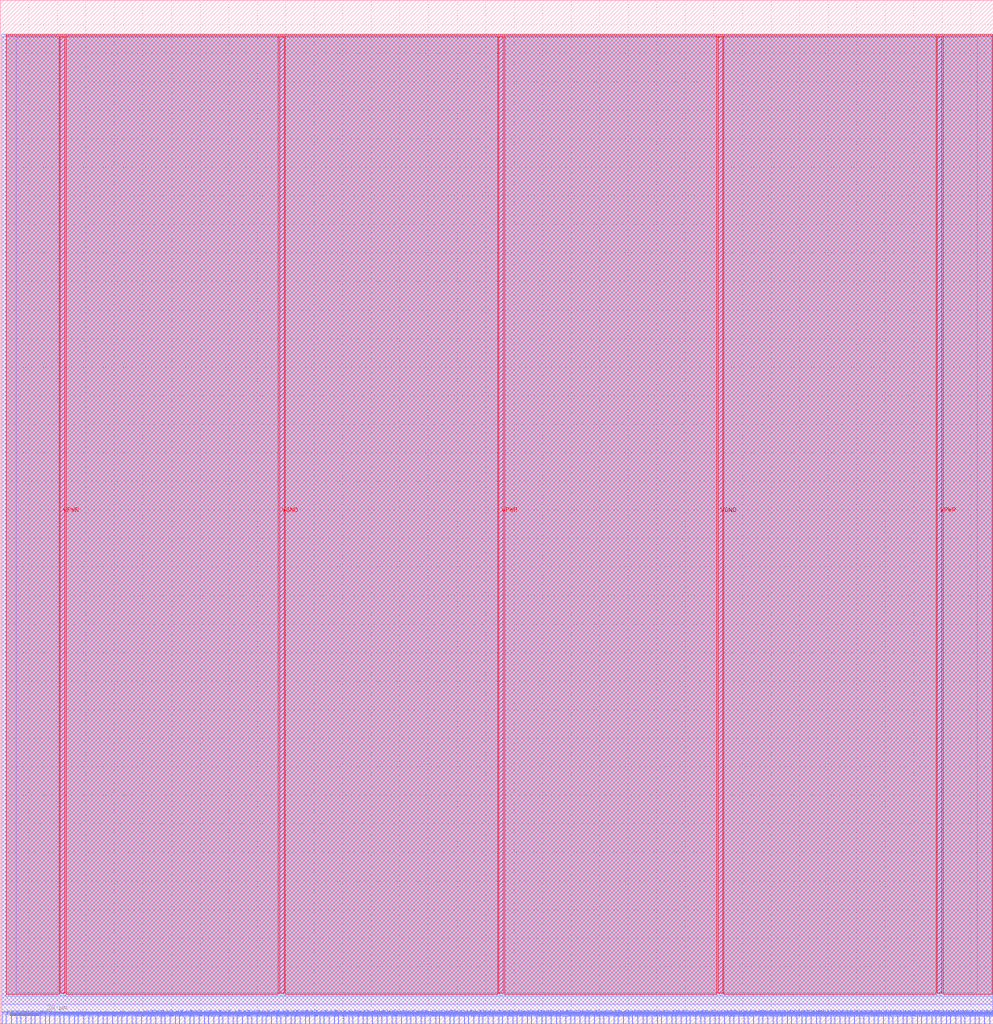
<source format=lef>
VERSION 5.7 ;
  NOWIREEXTENSIONATPIN ON ;
  DIVIDERCHAR "/" ;
  BUSBITCHARS "[]" ;
MACRO mkQF100Memory
  CLASS BLOCK ;
  FOREIGN mkQF100Memory ;
  ORIGIN 0.000 0.000 ;
  SIZE 347.815 BY 358.535 ;
  PIN CLK
    DIRECTION INPUT ;
    USE SIGNAL ;
    PORT
      LAYER met2 ;
        RECT 0.550 0.000 0.830 4.000 ;
    END
  END CLK
  PIN EN_memory_dmem_request_put
    DIRECTION INPUT ;
    USE SIGNAL ;
    PORT
      LAYER met2 ;
        RECT 3.770 0.000 4.050 4.000 ;
    END
  END EN_memory_dmem_request_put
  PIN EN_memory_dmem_response_get
    DIRECTION INPUT ;
    USE SIGNAL ;
    PORT
      LAYER met2 ;
        RECT 5.610 0.000 5.890 4.000 ;
    END
  END EN_memory_dmem_response_get
  PIN EN_memory_imem_request_put
    DIRECTION INPUT ;
    USE SIGNAL ;
    PORT
      LAYER met2 ;
        RECT 6.990 0.000 7.270 4.000 ;
    END
  END EN_memory_imem_request_put
  PIN EN_memory_imem_response_get
    DIRECTION INPUT ;
    USE SIGNAL ;
    PORT
      LAYER met2 ;
        RECT 8.830 0.000 9.110 4.000 ;
    END
  END EN_memory_imem_response_get
  PIN RDY_memory_dmem_request_put
    DIRECTION OUTPUT TRISTATE ;
    USE SIGNAL ;
    PORT
      LAYER met2 ;
        RECT 10.670 0.000 10.950 4.000 ;
    END
  END RDY_memory_dmem_request_put
  PIN RDY_memory_dmem_response_get
    DIRECTION OUTPUT TRISTATE ;
    USE SIGNAL ;
    PORT
      LAYER met2 ;
        RECT 12.050 0.000 12.330 4.000 ;
    END
  END RDY_memory_dmem_response_get
  PIN RDY_memory_imem_request_put
    DIRECTION OUTPUT TRISTATE ;
    USE SIGNAL ;
    PORT
      LAYER met2 ;
        RECT 13.890 0.000 14.170 4.000 ;
    END
  END RDY_memory_imem_request_put
  PIN RDY_memory_imem_response_get
    DIRECTION OUTPUT TRISTATE ;
    USE SIGNAL ;
    PORT
      LAYER met2 ;
        RECT 15.730 0.000 16.010 4.000 ;
    END
  END RDY_memory_imem_response_get
  PIN RST_N
    DIRECTION INPUT ;
    USE SIGNAL ;
    PORT
      LAYER met2 ;
        RECT 1.930 0.000 2.210 4.000 ;
    END
  END RST_N
  PIN VGND
    DIRECTION INPUT ;
    USE GROUND ;
    PORT
      LAYER met4 ;
        RECT 97.840 10.640 99.440 345.680 ;
    END
    PORT
      LAYER met4 ;
        RECT 251.440 10.640 253.040 345.680 ;
    END
  END VGND
  PIN VPWR
    DIRECTION INPUT ;
    USE POWER ;
    PORT
      LAYER met4 ;
        RECT 21.040 10.640 22.640 345.680 ;
    END
    PORT
      LAYER met4 ;
        RECT 174.640 10.640 176.240 345.680 ;
    END
    PORT
      LAYER met4 ;
        RECT 328.240 10.640 329.840 345.680 ;
    END
  END VPWR
  PIN memory_dmem_request_put[0]
    DIRECTION INPUT ;
    USE SIGNAL ;
    PORT
      LAYER met2 ;
        RECT 17.110 0.000 17.390 4.000 ;
    END
  END memory_dmem_request_put[0]
  PIN memory_dmem_request_put[10]
    DIRECTION INPUT ;
    USE SIGNAL ;
    PORT
      LAYER met2 ;
        RECT 84.730 0.000 85.010 4.000 ;
    END
  END memory_dmem_request_put[10]
  PIN memory_dmem_request_put[11]
    DIRECTION INPUT ;
    USE SIGNAL ;
    PORT
      LAYER met2 ;
        RECT 91.630 0.000 91.910 4.000 ;
    END
  END memory_dmem_request_put[11]
  PIN memory_dmem_request_put[12]
    DIRECTION INPUT ;
    USE SIGNAL ;
    PORT
      LAYER met2 ;
        RECT 98.070 0.000 98.350 4.000 ;
    END
  END memory_dmem_request_put[12]
  PIN memory_dmem_request_put[13]
    DIRECTION INPUT ;
    USE SIGNAL ;
    PORT
      LAYER met2 ;
        RECT 104.970 0.000 105.250 4.000 ;
    END
  END memory_dmem_request_put[13]
  PIN memory_dmem_request_put[14]
    DIRECTION INPUT ;
    USE SIGNAL ;
    PORT
      LAYER met2 ;
        RECT 111.870 0.000 112.150 4.000 ;
    END
  END memory_dmem_request_put[14]
  PIN memory_dmem_request_put[15]
    DIRECTION INPUT ;
    USE SIGNAL ;
    PORT
      LAYER met2 ;
        RECT 118.310 0.000 118.590 4.000 ;
    END
  END memory_dmem_request_put[15]
  PIN memory_dmem_request_put[16]
    DIRECTION INPUT ;
    USE SIGNAL ;
    PORT
      LAYER met2 ;
        RECT 125.210 0.000 125.490 4.000 ;
    END
  END memory_dmem_request_put[16]
  PIN memory_dmem_request_put[17]
    DIRECTION INPUT ;
    USE SIGNAL ;
    PORT
      LAYER met2 ;
        RECT 132.110 0.000 132.390 4.000 ;
    END
  END memory_dmem_request_put[17]
  PIN memory_dmem_request_put[18]
    DIRECTION INPUT ;
    USE SIGNAL ;
    PORT
      LAYER met2 ;
        RECT 138.550 0.000 138.830 4.000 ;
    END
  END memory_dmem_request_put[18]
  PIN memory_dmem_request_put[19]
    DIRECTION INPUT ;
    USE SIGNAL ;
    PORT
      LAYER met2 ;
        RECT 145.450 0.000 145.730 4.000 ;
    END
  END memory_dmem_request_put[19]
  PIN memory_dmem_request_put[1]
    DIRECTION INPUT ;
    USE SIGNAL ;
    PORT
      LAYER met2 ;
        RECT 24.010 0.000 24.290 4.000 ;
    END
  END memory_dmem_request_put[1]
  PIN memory_dmem_request_put[20]
    DIRECTION INPUT ;
    USE SIGNAL ;
    PORT
      LAYER met2 ;
        RECT 152.350 0.000 152.630 4.000 ;
    END
  END memory_dmem_request_put[20]
  PIN memory_dmem_request_put[21]
    DIRECTION INPUT ;
    USE SIGNAL ;
    PORT
      LAYER met2 ;
        RECT 158.790 0.000 159.070 4.000 ;
    END
  END memory_dmem_request_put[21]
  PIN memory_dmem_request_put[22]
    DIRECTION INPUT ;
    USE SIGNAL ;
    PORT
      LAYER met2 ;
        RECT 165.690 0.000 165.970 4.000 ;
    END
  END memory_dmem_request_put[22]
  PIN memory_dmem_request_put[23]
    DIRECTION INPUT ;
    USE SIGNAL ;
    PORT
      LAYER met2 ;
        RECT 172.590 0.000 172.870 4.000 ;
    END
  END memory_dmem_request_put[23]
  PIN memory_dmem_request_put[24]
    DIRECTION INPUT ;
    USE SIGNAL ;
    PORT
      LAYER met2 ;
        RECT 179.490 0.000 179.770 4.000 ;
    END
  END memory_dmem_request_put[24]
  PIN memory_dmem_request_put[25]
    DIRECTION INPUT ;
    USE SIGNAL ;
    PORT
      LAYER met2 ;
        RECT 185.930 0.000 186.210 4.000 ;
    END
  END memory_dmem_request_put[25]
  PIN memory_dmem_request_put[26]
    DIRECTION INPUT ;
    USE SIGNAL ;
    PORT
      LAYER met2 ;
        RECT 192.830 0.000 193.110 4.000 ;
    END
  END memory_dmem_request_put[26]
  PIN memory_dmem_request_put[27]
    DIRECTION INPUT ;
    USE SIGNAL ;
    PORT
      LAYER met2 ;
        RECT 199.730 0.000 200.010 4.000 ;
    END
  END memory_dmem_request_put[27]
  PIN memory_dmem_request_put[28]
    DIRECTION INPUT ;
    USE SIGNAL ;
    PORT
      LAYER met2 ;
        RECT 206.170 0.000 206.450 4.000 ;
    END
  END memory_dmem_request_put[28]
  PIN memory_dmem_request_put[29]
    DIRECTION INPUT ;
    USE SIGNAL ;
    PORT
      LAYER met2 ;
        RECT 213.070 0.000 213.350 4.000 ;
    END
  END memory_dmem_request_put[29]
  PIN memory_dmem_request_put[2]
    DIRECTION INPUT ;
    USE SIGNAL ;
    PORT
      LAYER met2 ;
        RECT 30.910 0.000 31.190 4.000 ;
    END
  END memory_dmem_request_put[2]
  PIN memory_dmem_request_put[30]
    DIRECTION INPUT ;
    USE SIGNAL ;
    PORT
      LAYER met2 ;
        RECT 219.970 0.000 220.250 4.000 ;
    END
  END memory_dmem_request_put[30]
  PIN memory_dmem_request_put[31]
    DIRECTION INPUT ;
    USE SIGNAL ;
    PORT
      LAYER met2 ;
        RECT 226.410 0.000 226.690 4.000 ;
    END
  END memory_dmem_request_put[31]
  PIN memory_dmem_request_put[32]
    DIRECTION INPUT ;
    USE SIGNAL ;
    PORT
      LAYER met2 ;
        RECT 233.310 0.000 233.590 4.000 ;
    END
  END memory_dmem_request_put[32]
  PIN memory_dmem_request_put[33]
    DIRECTION INPUT ;
    USE SIGNAL ;
    PORT
      LAYER met2 ;
        RECT 235.150 0.000 235.430 4.000 ;
    END
  END memory_dmem_request_put[33]
  PIN memory_dmem_request_put[34]
    DIRECTION INPUT ;
    USE SIGNAL ;
    PORT
      LAYER met2 ;
        RECT 236.530 0.000 236.810 4.000 ;
    END
  END memory_dmem_request_put[34]
  PIN memory_dmem_request_put[35]
    DIRECTION INPUT ;
    USE SIGNAL ;
    PORT
      LAYER met2 ;
        RECT 238.370 0.000 238.650 4.000 ;
    END
  END memory_dmem_request_put[35]
  PIN memory_dmem_request_put[36]
    DIRECTION INPUT ;
    USE SIGNAL ;
    PORT
      LAYER met2 ;
        RECT 240.210 0.000 240.490 4.000 ;
    END
  END memory_dmem_request_put[36]
  PIN memory_dmem_request_put[37]
    DIRECTION INPUT ;
    USE SIGNAL ;
    PORT
      LAYER met2 ;
        RECT 241.590 0.000 241.870 4.000 ;
    END
  END memory_dmem_request_put[37]
  PIN memory_dmem_request_put[38]
    DIRECTION INPUT ;
    USE SIGNAL ;
    PORT
      LAYER met2 ;
        RECT 243.430 0.000 243.710 4.000 ;
    END
  END memory_dmem_request_put[38]
  PIN memory_dmem_request_put[39]
    DIRECTION INPUT ;
    USE SIGNAL ;
    PORT
      LAYER met2 ;
        RECT 245.270 0.000 245.550 4.000 ;
    END
  END memory_dmem_request_put[39]
  PIN memory_dmem_request_put[3]
    DIRECTION INPUT ;
    USE SIGNAL ;
    PORT
      LAYER met2 ;
        RECT 37.350 0.000 37.630 4.000 ;
    END
  END memory_dmem_request_put[3]
  PIN memory_dmem_request_put[40]
    DIRECTION INPUT ;
    USE SIGNAL ;
    PORT
      LAYER met2 ;
        RECT 246.650 0.000 246.930 4.000 ;
    END
  END memory_dmem_request_put[40]
  PIN memory_dmem_request_put[41]
    DIRECTION INPUT ;
    USE SIGNAL ;
    PORT
      LAYER met2 ;
        RECT 248.490 0.000 248.770 4.000 ;
    END
  END memory_dmem_request_put[41]
  PIN memory_dmem_request_put[42]
    DIRECTION INPUT ;
    USE SIGNAL ;
    PORT
      LAYER met2 ;
        RECT 250.330 0.000 250.610 4.000 ;
    END
  END memory_dmem_request_put[42]
  PIN memory_dmem_request_put[43]
    DIRECTION INPUT ;
    USE SIGNAL ;
    PORT
      LAYER met2 ;
        RECT 251.710 0.000 251.990 4.000 ;
    END
  END memory_dmem_request_put[43]
  PIN memory_dmem_request_put[44]
    DIRECTION INPUT ;
    USE SIGNAL ;
    PORT
      LAYER met2 ;
        RECT 253.550 0.000 253.830 4.000 ;
    END
  END memory_dmem_request_put[44]
  PIN memory_dmem_request_put[45]
    DIRECTION INPUT ;
    USE SIGNAL ;
    PORT
      LAYER met2 ;
        RECT 255.390 0.000 255.670 4.000 ;
    END
  END memory_dmem_request_put[45]
  PIN memory_dmem_request_put[46]
    DIRECTION INPUT ;
    USE SIGNAL ;
    PORT
      LAYER met2 ;
        RECT 256.770 0.000 257.050 4.000 ;
    END
  END memory_dmem_request_put[46]
  PIN memory_dmem_request_put[47]
    DIRECTION INPUT ;
    USE SIGNAL ;
    PORT
      LAYER met2 ;
        RECT 258.610 0.000 258.890 4.000 ;
    END
  END memory_dmem_request_put[47]
  PIN memory_dmem_request_put[48]
    DIRECTION INPUT ;
    USE SIGNAL ;
    PORT
      LAYER met2 ;
        RECT 260.450 0.000 260.730 4.000 ;
    END
  END memory_dmem_request_put[48]
  PIN memory_dmem_request_put[49]
    DIRECTION INPUT ;
    USE SIGNAL ;
    PORT
      LAYER met2 ;
        RECT 261.830 0.000 262.110 4.000 ;
    END
  END memory_dmem_request_put[49]
  PIN memory_dmem_request_put[4]
    DIRECTION INPUT ;
    USE SIGNAL ;
    PORT
      LAYER met2 ;
        RECT 44.250 0.000 44.530 4.000 ;
    END
  END memory_dmem_request_put[4]
  PIN memory_dmem_request_put[50]
    DIRECTION INPUT ;
    USE SIGNAL ;
    PORT
      LAYER met2 ;
        RECT 263.670 0.000 263.950 4.000 ;
    END
  END memory_dmem_request_put[50]
  PIN memory_dmem_request_put[51]
    DIRECTION INPUT ;
    USE SIGNAL ;
    PORT
      LAYER met2 ;
        RECT 265.510 0.000 265.790 4.000 ;
    END
  END memory_dmem_request_put[51]
  PIN memory_dmem_request_put[52]
    DIRECTION INPUT ;
    USE SIGNAL ;
    PORT
      LAYER met2 ;
        RECT 266.890 0.000 267.170 4.000 ;
    END
  END memory_dmem_request_put[52]
  PIN memory_dmem_request_put[53]
    DIRECTION INPUT ;
    USE SIGNAL ;
    PORT
      LAYER met2 ;
        RECT 268.730 0.000 269.010 4.000 ;
    END
  END memory_dmem_request_put[53]
  PIN memory_dmem_request_put[54]
    DIRECTION INPUT ;
    USE SIGNAL ;
    PORT
      LAYER met2 ;
        RECT 270.570 0.000 270.850 4.000 ;
    END
  END memory_dmem_request_put[54]
  PIN memory_dmem_request_put[55]
    DIRECTION INPUT ;
    USE SIGNAL ;
    PORT
      LAYER met2 ;
        RECT 271.950 0.000 272.230 4.000 ;
    END
  END memory_dmem_request_put[55]
  PIN memory_dmem_request_put[56]
    DIRECTION INPUT ;
    USE SIGNAL ;
    PORT
      LAYER met2 ;
        RECT 273.790 0.000 274.070 4.000 ;
    END
  END memory_dmem_request_put[56]
  PIN memory_dmem_request_put[57]
    DIRECTION INPUT ;
    USE SIGNAL ;
    PORT
      LAYER met2 ;
        RECT 275.630 0.000 275.910 4.000 ;
    END
  END memory_dmem_request_put[57]
  PIN memory_dmem_request_put[58]
    DIRECTION INPUT ;
    USE SIGNAL ;
    PORT
      LAYER met2 ;
        RECT 277.010 0.000 277.290 4.000 ;
    END
  END memory_dmem_request_put[58]
  PIN memory_dmem_request_put[59]
    DIRECTION INPUT ;
    USE SIGNAL ;
    PORT
      LAYER met2 ;
        RECT 278.850 0.000 279.130 4.000 ;
    END
  END memory_dmem_request_put[59]
  PIN memory_dmem_request_put[5]
    DIRECTION INPUT ;
    USE SIGNAL ;
    PORT
      LAYER met2 ;
        RECT 51.150 0.000 51.430 4.000 ;
    END
  END memory_dmem_request_put[5]
  PIN memory_dmem_request_put[60]
    DIRECTION INPUT ;
    USE SIGNAL ;
    PORT
      LAYER met2 ;
        RECT 280.690 0.000 280.970 4.000 ;
    END
  END memory_dmem_request_put[60]
  PIN memory_dmem_request_put[61]
    DIRECTION INPUT ;
    USE SIGNAL ;
    PORT
      LAYER met2 ;
        RECT 282.070 0.000 282.350 4.000 ;
    END
  END memory_dmem_request_put[61]
  PIN memory_dmem_request_put[62]
    DIRECTION INPUT ;
    USE SIGNAL ;
    PORT
      LAYER met2 ;
        RECT 283.910 0.000 284.190 4.000 ;
    END
  END memory_dmem_request_put[62]
  PIN memory_dmem_request_put[63]
    DIRECTION INPUT ;
    USE SIGNAL ;
    PORT
      LAYER met2 ;
        RECT 285.750 0.000 286.030 4.000 ;
    END
  END memory_dmem_request_put[63]
  PIN memory_dmem_request_put[64]
    DIRECTION INPUT ;
    USE SIGNAL ;
    PORT
      LAYER met2 ;
        RECT 287.130 0.000 287.410 4.000 ;
    END
  END memory_dmem_request_put[64]
  PIN memory_dmem_request_put[65]
    DIRECTION INPUT ;
    USE SIGNAL ;
    PORT
      LAYER met2 ;
        RECT 288.970 0.000 289.250 4.000 ;
    END
  END memory_dmem_request_put[65]
  PIN memory_dmem_request_put[66]
    DIRECTION INPUT ;
    USE SIGNAL ;
    PORT
      LAYER met2 ;
        RECT 290.810 0.000 291.090 4.000 ;
    END
  END memory_dmem_request_put[66]
  PIN memory_dmem_request_put[67]
    DIRECTION INPUT ;
    USE SIGNAL ;
    PORT
      LAYER met2 ;
        RECT 292.190 0.000 292.470 4.000 ;
    END
  END memory_dmem_request_put[67]
  PIN memory_dmem_request_put[68]
    DIRECTION INPUT ;
    USE SIGNAL ;
    PORT
      LAYER met2 ;
        RECT 294.030 0.000 294.310 4.000 ;
    END
  END memory_dmem_request_put[68]
  PIN memory_dmem_request_put[69]
    DIRECTION INPUT ;
    USE SIGNAL ;
    PORT
      LAYER met2 ;
        RECT 295.870 0.000 296.150 4.000 ;
    END
  END memory_dmem_request_put[69]
  PIN memory_dmem_request_put[6]
    DIRECTION INPUT ;
    USE SIGNAL ;
    PORT
      LAYER met2 ;
        RECT 57.590 0.000 57.870 4.000 ;
    END
  END memory_dmem_request_put[6]
  PIN memory_dmem_request_put[70]
    DIRECTION INPUT ;
    USE SIGNAL ;
    PORT
      LAYER met2 ;
        RECT 297.250 0.000 297.530 4.000 ;
    END
  END memory_dmem_request_put[70]
  PIN memory_dmem_request_put[71]
    DIRECTION INPUT ;
    USE SIGNAL ;
    PORT
      LAYER met2 ;
        RECT 299.090 0.000 299.370 4.000 ;
    END
  END memory_dmem_request_put[71]
  PIN memory_dmem_request_put[72]
    DIRECTION INPUT ;
    USE SIGNAL ;
    PORT
      LAYER met2 ;
        RECT 300.930 0.000 301.210 4.000 ;
    END
  END memory_dmem_request_put[72]
  PIN memory_dmem_request_put[73]
    DIRECTION INPUT ;
    USE SIGNAL ;
    PORT
      LAYER met2 ;
        RECT 302.310 0.000 302.590 4.000 ;
    END
  END memory_dmem_request_put[73]
  PIN memory_dmem_request_put[74]
    DIRECTION INPUT ;
    USE SIGNAL ;
    PORT
      LAYER met2 ;
        RECT 304.150 0.000 304.430 4.000 ;
    END
  END memory_dmem_request_put[74]
  PIN memory_dmem_request_put[75]
    DIRECTION INPUT ;
    USE SIGNAL ;
    PORT
      LAYER met2 ;
        RECT 305.990 0.000 306.270 4.000 ;
    END
  END memory_dmem_request_put[75]
  PIN memory_dmem_request_put[76]
    DIRECTION INPUT ;
    USE SIGNAL ;
    PORT
      LAYER met2 ;
        RECT 307.370 0.000 307.650 4.000 ;
    END
  END memory_dmem_request_put[76]
  PIN memory_dmem_request_put[77]
    DIRECTION INPUT ;
    USE SIGNAL ;
    PORT
      LAYER met2 ;
        RECT 309.210 0.000 309.490 4.000 ;
    END
  END memory_dmem_request_put[77]
  PIN memory_dmem_request_put[78]
    DIRECTION INPUT ;
    USE SIGNAL ;
    PORT
      LAYER met2 ;
        RECT 311.050 0.000 311.330 4.000 ;
    END
  END memory_dmem_request_put[78]
  PIN memory_dmem_request_put[79]
    DIRECTION INPUT ;
    USE SIGNAL ;
    PORT
      LAYER met2 ;
        RECT 312.430 0.000 312.710 4.000 ;
    END
  END memory_dmem_request_put[79]
  PIN memory_dmem_request_put[7]
    DIRECTION INPUT ;
    USE SIGNAL ;
    PORT
      LAYER met2 ;
        RECT 64.490 0.000 64.770 4.000 ;
    END
  END memory_dmem_request_put[7]
  PIN memory_dmem_request_put[80]
    DIRECTION INPUT ;
    USE SIGNAL ;
    PORT
      LAYER met2 ;
        RECT 314.270 0.000 314.550 4.000 ;
    END
  END memory_dmem_request_put[80]
  PIN memory_dmem_request_put[81]
    DIRECTION INPUT ;
    USE SIGNAL ;
    PORT
      LAYER met2 ;
        RECT 316.110 0.000 316.390 4.000 ;
    END
  END memory_dmem_request_put[81]
  PIN memory_dmem_request_put[82]
    DIRECTION INPUT ;
    USE SIGNAL ;
    PORT
      LAYER met2 ;
        RECT 317.490 0.000 317.770 4.000 ;
    END
  END memory_dmem_request_put[82]
  PIN memory_dmem_request_put[83]
    DIRECTION INPUT ;
    USE SIGNAL ;
    PORT
      LAYER met2 ;
        RECT 319.330 0.000 319.610 4.000 ;
    END
  END memory_dmem_request_put[83]
  PIN memory_dmem_request_put[84]
    DIRECTION INPUT ;
    USE SIGNAL ;
    PORT
      LAYER met2 ;
        RECT 321.170 0.000 321.450 4.000 ;
    END
  END memory_dmem_request_put[84]
  PIN memory_dmem_request_put[85]
    DIRECTION INPUT ;
    USE SIGNAL ;
    PORT
      LAYER met2 ;
        RECT 322.550 0.000 322.830 4.000 ;
    END
  END memory_dmem_request_put[85]
  PIN memory_dmem_request_put[86]
    DIRECTION INPUT ;
    USE SIGNAL ;
    PORT
      LAYER met2 ;
        RECT 324.390 0.000 324.670 4.000 ;
    END
  END memory_dmem_request_put[86]
  PIN memory_dmem_request_put[87]
    DIRECTION INPUT ;
    USE SIGNAL ;
    PORT
      LAYER met2 ;
        RECT 326.230 0.000 326.510 4.000 ;
    END
  END memory_dmem_request_put[87]
  PIN memory_dmem_request_put[88]
    DIRECTION INPUT ;
    USE SIGNAL ;
    PORT
      LAYER met2 ;
        RECT 327.610 0.000 327.890 4.000 ;
    END
  END memory_dmem_request_put[88]
  PIN memory_dmem_request_put[89]
    DIRECTION INPUT ;
    USE SIGNAL ;
    PORT
      LAYER met2 ;
        RECT 329.450 0.000 329.730 4.000 ;
    END
  END memory_dmem_request_put[89]
  PIN memory_dmem_request_put[8]
    DIRECTION INPUT ;
    USE SIGNAL ;
    PORT
      LAYER met2 ;
        RECT 71.390 0.000 71.670 4.000 ;
    END
  END memory_dmem_request_put[8]
  PIN memory_dmem_request_put[90]
    DIRECTION INPUT ;
    USE SIGNAL ;
    PORT
      LAYER met2 ;
        RECT 331.290 0.000 331.570 4.000 ;
    END
  END memory_dmem_request_put[90]
  PIN memory_dmem_request_put[91]
    DIRECTION INPUT ;
    USE SIGNAL ;
    PORT
      LAYER met2 ;
        RECT 332.670 0.000 332.950 4.000 ;
    END
  END memory_dmem_request_put[91]
  PIN memory_dmem_request_put[92]
    DIRECTION INPUT ;
    USE SIGNAL ;
    PORT
      LAYER met2 ;
        RECT 334.510 0.000 334.790 4.000 ;
    END
  END memory_dmem_request_put[92]
  PIN memory_dmem_request_put[93]
    DIRECTION INPUT ;
    USE SIGNAL ;
    PORT
      LAYER met2 ;
        RECT 336.350 0.000 336.630 4.000 ;
    END
  END memory_dmem_request_put[93]
  PIN memory_dmem_request_put[94]
    DIRECTION INPUT ;
    USE SIGNAL ;
    PORT
      LAYER met2 ;
        RECT 337.730 0.000 338.010 4.000 ;
    END
  END memory_dmem_request_put[94]
  PIN memory_dmem_request_put[95]
    DIRECTION INPUT ;
    USE SIGNAL ;
    PORT
      LAYER met2 ;
        RECT 339.570 0.000 339.850 4.000 ;
    END
  END memory_dmem_request_put[95]
  PIN memory_dmem_request_put[96]
    DIRECTION INPUT ;
    USE SIGNAL ;
    PORT
      LAYER met2 ;
        RECT 341.410 0.000 341.690 4.000 ;
    END
  END memory_dmem_request_put[96]
  PIN memory_dmem_request_put[97]
    DIRECTION INPUT ;
    USE SIGNAL ;
    PORT
      LAYER met2 ;
        RECT 342.790 0.000 343.070 4.000 ;
    END
  END memory_dmem_request_put[97]
  PIN memory_dmem_request_put[98]
    DIRECTION INPUT ;
    USE SIGNAL ;
    PORT
      LAYER met2 ;
        RECT 344.630 0.000 344.910 4.000 ;
    END
  END memory_dmem_request_put[98]
  PIN memory_dmem_request_put[99]
    DIRECTION INPUT ;
    USE SIGNAL ;
    PORT
      LAYER met2 ;
        RECT 346.470 0.000 346.750 4.000 ;
    END
  END memory_dmem_request_put[99]
  PIN memory_dmem_request_put[9]
    DIRECTION INPUT ;
    USE SIGNAL ;
    PORT
      LAYER met2 ;
        RECT 77.830 0.000 78.110 4.000 ;
    END
  END memory_dmem_request_put[9]
  PIN memory_dmem_response_get[0]
    DIRECTION OUTPUT TRISTATE ;
    USE SIGNAL ;
    PORT
      LAYER met2 ;
        RECT 18.950 0.000 19.230 4.000 ;
    END
  END memory_dmem_response_get[0]
  PIN memory_dmem_response_get[10]
    DIRECTION OUTPUT TRISTATE ;
    USE SIGNAL ;
    PORT
      LAYER met2 ;
        RECT 86.570 0.000 86.850 4.000 ;
    END
  END memory_dmem_response_get[10]
  PIN memory_dmem_response_get[11]
    DIRECTION OUTPUT TRISTATE ;
    USE SIGNAL ;
    PORT
      LAYER met2 ;
        RECT 93.010 0.000 93.290 4.000 ;
    END
  END memory_dmem_response_get[11]
  PIN memory_dmem_response_get[12]
    DIRECTION OUTPUT TRISTATE ;
    USE SIGNAL ;
    PORT
      LAYER met2 ;
        RECT 99.910 0.000 100.190 4.000 ;
    END
  END memory_dmem_response_get[12]
  PIN memory_dmem_response_get[13]
    DIRECTION OUTPUT TRISTATE ;
    USE SIGNAL ;
    PORT
      LAYER met2 ;
        RECT 106.810 0.000 107.090 4.000 ;
    END
  END memory_dmem_response_get[13]
  PIN memory_dmem_response_get[14]
    DIRECTION OUTPUT TRISTATE ;
    USE SIGNAL ;
    PORT
      LAYER met2 ;
        RECT 113.250 0.000 113.530 4.000 ;
    END
  END memory_dmem_response_get[14]
  PIN memory_dmem_response_get[15]
    DIRECTION OUTPUT TRISTATE ;
    USE SIGNAL ;
    PORT
      LAYER met2 ;
        RECT 120.150 0.000 120.430 4.000 ;
    END
  END memory_dmem_response_get[15]
  PIN memory_dmem_response_get[16]
    DIRECTION OUTPUT TRISTATE ;
    USE SIGNAL ;
    PORT
      LAYER met2 ;
        RECT 127.050 0.000 127.330 4.000 ;
    END
  END memory_dmem_response_get[16]
  PIN memory_dmem_response_get[17]
    DIRECTION OUTPUT TRISTATE ;
    USE SIGNAL ;
    PORT
      LAYER met2 ;
        RECT 133.490 0.000 133.770 4.000 ;
    END
  END memory_dmem_response_get[17]
  PIN memory_dmem_response_get[18]
    DIRECTION OUTPUT TRISTATE ;
    USE SIGNAL ;
    PORT
      LAYER met2 ;
        RECT 140.390 0.000 140.670 4.000 ;
    END
  END memory_dmem_response_get[18]
  PIN memory_dmem_response_get[19]
    DIRECTION OUTPUT TRISTATE ;
    USE SIGNAL ;
    PORT
      LAYER met2 ;
        RECT 147.290 0.000 147.570 4.000 ;
    END
  END memory_dmem_response_get[19]
  PIN memory_dmem_response_get[1]
    DIRECTION OUTPUT TRISTATE ;
    USE SIGNAL ;
    PORT
      LAYER met2 ;
        RECT 25.850 0.000 26.130 4.000 ;
    END
  END memory_dmem_response_get[1]
  PIN memory_dmem_response_get[20]
    DIRECTION OUTPUT TRISTATE ;
    USE SIGNAL ;
    PORT
      LAYER met2 ;
        RECT 153.730 0.000 154.010 4.000 ;
    END
  END memory_dmem_response_get[20]
  PIN memory_dmem_response_get[21]
    DIRECTION OUTPUT TRISTATE ;
    USE SIGNAL ;
    PORT
      LAYER met2 ;
        RECT 160.630 0.000 160.910 4.000 ;
    END
  END memory_dmem_response_get[21]
  PIN memory_dmem_response_get[22]
    DIRECTION OUTPUT TRISTATE ;
    USE SIGNAL ;
    PORT
      LAYER met2 ;
        RECT 167.530 0.000 167.810 4.000 ;
    END
  END memory_dmem_response_get[22]
  PIN memory_dmem_response_get[23]
    DIRECTION OUTPUT TRISTATE ;
    USE SIGNAL ;
    PORT
      LAYER met2 ;
        RECT 174.430 0.000 174.710 4.000 ;
    END
  END memory_dmem_response_get[23]
  PIN memory_dmem_response_get[24]
    DIRECTION OUTPUT TRISTATE ;
    USE SIGNAL ;
    PORT
      LAYER met2 ;
        RECT 180.870 0.000 181.150 4.000 ;
    END
  END memory_dmem_response_get[24]
  PIN memory_dmem_response_get[25]
    DIRECTION OUTPUT TRISTATE ;
    USE SIGNAL ;
    PORT
      LAYER met2 ;
        RECT 187.770 0.000 188.050 4.000 ;
    END
  END memory_dmem_response_get[25]
  PIN memory_dmem_response_get[26]
    DIRECTION OUTPUT TRISTATE ;
    USE SIGNAL ;
    PORT
      LAYER met2 ;
        RECT 194.670 0.000 194.950 4.000 ;
    END
  END memory_dmem_response_get[26]
  PIN memory_dmem_response_get[27]
    DIRECTION OUTPUT TRISTATE ;
    USE SIGNAL ;
    PORT
      LAYER met2 ;
        RECT 201.110 0.000 201.390 4.000 ;
    END
  END memory_dmem_response_get[27]
  PIN memory_dmem_response_get[28]
    DIRECTION OUTPUT TRISTATE ;
    USE SIGNAL ;
    PORT
      LAYER met2 ;
        RECT 208.010 0.000 208.290 4.000 ;
    END
  END memory_dmem_response_get[28]
  PIN memory_dmem_response_get[29]
    DIRECTION OUTPUT TRISTATE ;
    USE SIGNAL ;
    PORT
      LAYER met2 ;
        RECT 214.910 0.000 215.190 4.000 ;
    END
  END memory_dmem_response_get[29]
  PIN memory_dmem_response_get[2]
    DIRECTION OUTPUT TRISTATE ;
    USE SIGNAL ;
    PORT
      LAYER met2 ;
        RECT 32.290 0.000 32.570 4.000 ;
    END
  END memory_dmem_response_get[2]
  PIN memory_dmem_response_get[30]
    DIRECTION OUTPUT TRISTATE ;
    USE SIGNAL ;
    PORT
      LAYER met2 ;
        RECT 221.350 0.000 221.630 4.000 ;
    END
  END memory_dmem_response_get[30]
  PIN memory_dmem_response_get[31]
    DIRECTION OUTPUT TRISTATE ;
    USE SIGNAL ;
    PORT
      LAYER met2 ;
        RECT 228.250 0.000 228.530 4.000 ;
    END
  END memory_dmem_response_get[31]
  PIN memory_dmem_response_get[3]
    DIRECTION OUTPUT TRISTATE ;
    USE SIGNAL ;
    PORT
      LAYER met2 ;
        RECT 39.190 0.000 39.470 4.000 ;
    END
  END memory_dmem_response_get[3]
  PIN memory_dmem_response_get[4]
    DIRECTION OUTPUT TRISTATE ;
    USE SIGNAL ;
    PORT
      LAYER met2 ;
        RECT 46.090 0.000 46.370 4.000 ;
    END
  END memory_dmem_response_get[4]
  PIN memory_dmem_response_get[5]
    DIRECTION OUTPUT TRISTATE ;
    USE SIGNAL ;
    PORT
      LAYER met2 ;
        RECT 52.530 0.000 52.810 4.000 ;
    END
  END memory_dmem_response_get[5]
  PIN memory_dmem_response_get[6]
    DIRECTION OUTPUT TRISTATE ;
    USE SIGNAL ;
    PORT
      LAYER met2 ;
        RECT 59.430 0.000 59.710 4.000 ;
    END
  END memory_dmem_response_get[6]
  PIN memory_dmem_response_get[7]
    DIRECTION OUTPUT TRISTATE ;
    USE SIGNAL ;
    PORT
      LAYER met2 ;
        RECT 66.330 0.000 66.610 4.000 ;
    END
  END memory_dmem_response_get[7]
  PIN memory_dmem_response_get[8]
    DIRECTION OUTPUT TRISTATE ;
    USE SIGNAL ;
    PORT
      LAYER met2 ;
        RECT 72.770 0.000 73.050 4.000 ;
    END
  END memory_dmem_response_get[8]
  PIN memory_dmem_response_get[9]
    DIRECTION OUTPUT TRISTATE ;
    USE SIGNAL ;
    PORT
      LAYER met2 ;
        RECT 79.670 0.000 79.950 4.000 ;
    END
  END memory_dmem_response_get[9]
  PIN memory_imem_request_put[0]
    DIRECTION INPUT ;
    USE SIGNAL ;
    PORT
      LAYER met2 ;
        RECT 20.790 0.000 21.070 4.000 ;
    END
  END memory_imem_request_put[0]
  PIN memory_imem_request_put[10]
    DIRECTION INPUT ;
    USE SIGNAL ;
    PORT
      LAYER met2 ;
        RECT 87.950 0.000 88.230 4.000 ;
    END
  END memory_imem_request_put[10]
  PIN memory_imem_request_put[11]
    DIRECTION INPUT ;
    USE SIGNAL ;
    PORT
      LAYER met2 ;
        RECT 94.850 0.000 95.130 4.000 ;
    END
  END memory_imem_request_put[11]
  PIN memory_imem_request_put[12]
    DIRECTION INPUT ;
    USE SIGNAL ;
    PORT
      LAYER met2 ;
        RECT 101.750 0.000 102.030 4.000 ;
    END
  END memory_imem_request_put[12]
  PIN memory_imem_request_put[13]
    DIRECTION INPUT ;
    USE SIGNAL ;
    PORT
      LAYER met2 ;
        RECT 108.190 0.000 108.470 4.000 ;
    END
  END memory_imem_request_put[13]
  PIN memory_imem_request_put[14]
    DIRECTION INPUT ;
    USE SIGNAL ;
    PORT
      LAYER met2 ;
        RECT 115.090 0.000 115.370 4.000 ;
    END
  END memory_imem_request_put[14]
  PIN memory_imem_request_put[15]
    DIRECTION INPUT ;
    USE SIGNAL ;
    PORT
      LAYER met2 ;
        RECT 121.990 0.000 122.270 4.000 ;
    END
  END memory_imem_request_put[15]
  PIN memory_imem_request_put[16]
    DIRECTION INPUT ;
    USE SIGNAL ;
    PORT
      LAYER met2 ;
        RECT 128.430 0.000 128.710 4.000 ;
    END
  END memory_imem_request_put[16]
  PIN memory_imem_request_put[17]
    DIRECTION INPUT ;
    USE SIGNAL ;
    PORT
      LAYER met2 ;
        RECT 135.330 0.000 135.610 4.000 ;
    END
  END memory_imem_request_put[17]
  PIN memory_imem_request_put[18]
    DIRECTION INPUT ;
    USE SIGNAL ;
    PORT
      LAYER met2 ;
        RECT 142.230 0.000 142.510 4.000 ;
    END
  END memory_imem_request_put[18]
  PIN memory_imem_request_put[19]
    DIRECTION INPUT ;
    USE SIGNAL ;
    PORT
      LAYER met2 ;
        RECT 148.670 0.000 148.950 4.000 ;
    END
  END memory_imem_request_put[19]
  PIN memory_imem_request_put[1]
    DIRECTION INPUT ;
    USE SIGNAL ;
    PORT
      LAYER met2 ;
        RECT 27.230 0.000 27.510 4.000 ;
    END
  END memory_imem_request_put[1]
  PIN memory_imem_request_put[20]
    DIRECTION INPUT ;
    USE SIGNAL ;
    PORT
      LAYER met2 ;
        RECT 155.570 0.000 155.850 4.000 ;
    END
  END memory_imem_request_put[20]
  PIN memory_imem_request_put[21]
    DIRECTION INPUT ;
    USE SIGNAL ;
    PORT
      LAYER met2 ;
        RECT 162.470 0.000 162.750 4.000 ;
    END
  END memory_imem_request_put[21]
  PIN memory_imem_request_put[22]
    DIRECTION INPUT ;
    USE SIGNAL ;
    PORT
      LAYER met2 ;
        RECT 168.910 0.000 169.190 4.000 ;
    END
  END memory_imem_request_put[22]
  PIN memory_imem_request_put[23]
    DIRECTION INPUT ;
    USE SIGNAL ;
    PORT
      LAYER met2 ;
        RECT 175.810 0.000 176.090 4.000 ;
    END
  END memory_imem_request_put[23]
  PIN memory_imem_request_put[24]
    DIRECTION INPUT ;
    USE SIGNAL ;
    PORT
      LAYER met2 ;
        RECT 182.710 0.000 182.990 4.000 ;
    END
  END memory_imem_request_put[24]
  PIN memory_imem_request_put[25]
    DIRECTION INPUT ;
    USE SIGNAL ;
    PORT
      LAYER met2 ;
        RECT 189.610 0.000 189.890 4.000 ;
    END
  END memory_imem_request_put[25]
  PIN memory_imem_request_put[26]
    DIRECTION INPUT ;
    USE SIGNAL ;
    PORT
      LAYER met2 ;
        RECT 196.050 0.000 196.330 4.000 ;
    END
  END memory_imem_request_put[26]
  PIN memory_imem_request_put[27]
    DIRECTION INPUT ;
    USE SIGNAL ;
    PORT
      LAYER met2 ;
        RECT 202.950 0.000 203.230 4.000 ;
    END
  END memory_imem_request_put[27]
  PIN memory_imem_request_put[28]
    DIRECTION INPUT ;
    USE SIGNAL ;
    PORT
      LAYER met2 ;
        RECT 209.850 0.000 210.130 4.000 ;
    END
  END memory_imem_request_put[28]
  PIN memory_imem_request_put[29]
    DIRECTION INPUT ;
    USE SIGNAL ;
    PORT
      LAYER met2 ;
        RECT 216.290 0.000 216.570 4.000 ;
    END
  END memory_imem_request_put[29]
  PIN memory_imem_request_put[2]
    DIRECTION INPUT ;
    USE SIGNAL ;
    PORT
      LAYER met2 ;
        RECT 34.130 0.000 34.410 4.000 ;
    END
  END memory_imem_request_put[2]
  PIN memory_imem_request_put[30]
    DIRECTION INPUT ;
    USE SIGNAL ;
    PORT
      LAYER met2 ;
        RECT 223.190 0.000 223.470 4.000 ;
    END
  END memory_imem_request_put[30]
  PIN memory_imem_request_put[31]
    DIRECTION INPUT ;
    USE SIGNAL ;
    PORT
      LAYER met2 ;
        RECT 230.090 0.000 230.370 4.000 ;
    END
  END memory_imem_request_put[31]
  PIN memory_imem_request_put[3]
    DIRECTION INPUT ;
    USE SIGNAL ;
    PORT
      LAYER met2 ;
        RECT 41.030 0.000 41.310 4.000 ;
    END
  END memory_imem_request_put[3]
  PIN memory_imem_request_put[4]
    DIRECTION INPUT ;
    USE SIGNAL ;
    PORT
      LAYER met2 ;
        RECT 47.470 0.000 47.750 4.000 ;
    END
  END memory_imem_request_put[4]
  PIN memory_imem_request_put[5]
    DIRECTION INPUT ;
    USE SIGNAL ;
    PORT
      LAYER met2 ;
        RECT 54.370 0.000 54.650 4.000 ;
    END
  END memory_imem_request_put[5]
  PIN memory_imem_request_put[6]
    DIRECTION INPUT ;
    USE SIGNAL ;
    PORT
      LAYER met2 ;
        RECT 61.270 0.000 61.550 4.000 ;
    END
  END memory_imem_request_put[6]
  PIN memory_imem_request_put[7]
    DIRECTION INPUT ;
    USE SIGNAL ;
    PORT
      LAYER met2 ;
        RECT 67.710 0.000 67.990 4.000 ;
    END
  END memory_imem_request_put[7]
  PIN memory_imem_request_put[8]
    DIRECTION INPUT ;
    USE SIGNAL ;
    PORT
      LAYER met2 ;
        RECT 74.610 0.000 74.890 4.000 ;
    END
  END memory_imem_request_put[8]
  PIN memory_imem_request_put[9]
    DIRECTION INPUT ;
    USE SIGNAL ;
    PORT
      LAYER met2 ;
        RECT 81.510 0.000 81.790 4.000 ;
    END
  END memory_imem_request_put[9]
  PIN memory_imem_response_get[0]
    DIRECTION OUTPUT TRISTATE ;
    USE SIGNAL ;
    PORT
      LAYER met2 ;
        RECT 22.170 0.000 22.450 4.000 ;
    END
  END memory_imem_response_get[0]
  PIN memory_imem_response_get[10]
    DIRECTION OUTPUT TRISTATE ;
    USE SIGNAL ;
    PORT
      LAYER met2 ;
        RECT 89.790 0.000 90.070 4.000 ;
    END
  END memory_imem_response_get[10]
  PIN memory_imem_response_get[11]
    DIRECTION OUTPUT TRISTATE ;
    USE SIGNAL ;
    PORT
      LAYER met2 ;
        RECT 96.690 0.000 96.970 4.000 ;
    END
  END memory_imem_response_get[11]
  PIN memory_imem_response_get[12]
    DIRECTION OUTPUT TRISTATE ;
    USE SIGNAL ;
    PORT
      LAYER met2 ;
        RECT 103.130 0.000 103.410 4.000 ;
    END
  END memory_imem_response_get[12]
  PIN memory_imem_response_get[13]
    DIRECTION OUTPUT TRISTATE ;
    USE SIGNAL ;
    PORT
      LAYER met2 ;
        RECT 110.030 0.000 110.310 4.000 ;
    END
  END memory_imem_response_get[13]
  PIN memory_imem_response_get[14]
    DIRECTION OUTPUT TRISTATE ;
    USE SIGNAL ;
    PORT
      LAYER met2 ;
        RECT 116.930 0.000 117.210 4.000 ;
    END
  END memory_imem_response_get[14]
  PIN memory_imem_response_get[15]
    DIRECTION OUTPUT TRISTATE ;
    USE SIGNAL ;
    PORT
      LAYER met2 ;
        RECT 123.370 0.000 123.650 4.000 ;
    END
  END memory_imem_response_get[15]
  PIN memory_imem_response_get[16]
    DIRECTION OUTPUT TRISTATE ;
    USE SIGNAL ;
    PORT
      LAYER met2 ;
        RECT 130.270 0.000 130.550 4.000 ;
    END
  END memory_imem_response_get[16]
  PIN memory_imem_response_get[17]
    DIRECTION OUTPUT TRISTATE ;
    USE SIGNAL ;
    PORT
      LAYER met2 ;
        RECT 137.170 0.000 137.450 4.000 ;
    END
  END memory_imem_response_get[17]
  PIN memory_imem_response_get[18]
    DIRECTION OUTPUT TRISTATE ;
    USE SIGNAL ;
    PORT
      LAYER met2 ;
        RECT 143.610 0.000 143.890 4.000 ;
    END
  END memory_imem_response_get[18]
  PIN memory_imem_response_get[19]
    DIRECTION OUTPUT TRISTATE ;
    USE SIGNAL ;
    PORT
      LAYER met2 ;
        RECT 150.510 0.000 150.790 4.000 ;
    END
  END memory_imem_response_get[19]
  PIN memory_imem_response_get[1]
    DIRECTION OUTPUT TRISTATE ;
    USE SIGNAL ;
    PORT
      LAYER met2 ;
        RECT 29.070 0.000 29.350 4.000 ;
    END
  END memory_imem_response_get[1]
  PIN memory_imem_response_get[20]
    DIRECTION OUTPUT TRISTATE ;
    USE SIGNAL ;
    PORT
      LAYER met2 ;
        RECT 157.410 0.000 157.690 4.000 ;
    END
  END memory_imem_response_get[20]
  PIN memory_imem_response_get[21]
    DIRECTION OUTPUT TRISTATE ;
    USE SIGNAL ;
    PORT
      LAYER met2 ;
        RECT 163.850 0.000 164.130 4.000 ;
    END
  END memory_imem_response_get[21]
  PIN memory_imem_response_get[22]
    DIRECTION OUTPUT TRISTATE ;
    USE SIGNAL ;
    PORT
      LAYER met2 ;
        RECT 170.750 0.000 171.030 4.000 ;
    END
  END memory_imem_response_get[22]
  PIN memory_imem_response_get[23]
    DIRECTION OUTPUT TRISTATE ;
    USE SIGNAL ;
    PORT
      LAYER met2 ;
        RECT 177.650 0.000 177.930 4.000 ;
    END
  END memory_imem_response_get[23]
  PIN memory_imem_response_get[24]
    DIRECTION OUTPUT TRISTATE ;
    USE SIGNAL ;
    PORT
      LAYER met2 ;
        RECT 184.550 0.000 184.830 4.000 ;
    END
  END memory_imem_response_get[24]
  PIN memory_imem_response_get[25]
    DIRECTION OUTPUT TRISTATE ;
    USE SIGNAL ;
    PORT
      LAYER met2 ;
        RECT 190.990 0.000 191.270 4.000 ;
    END
  END memory_imem_response_get[25]
  PIN memory_imem_response_get[26]
    DIRECTION OUTPUT TRISTATE ;
    USE SIGNAL ;
    PORT
      LAYER met2 ;
        RECT 197.890 0.000 198.170 4.000 ;
    END
  END memory_imem_response_get[26]
  PIN memory_imem_response_get[27]
    DIRECTION OUTPUT TRISTATE ;
    USE SIGNAL ;
    PORT
      LAYER met2 ;
        RECT 204.790 0.000 205.070 4.000 ;
    END
  END memory_imem_response_get[27]
  PIN memory_imem_response_get[28]
    DIRECTION OUTPUT TRISTATE ;
    USE SIGNAL ;
    PORT
      LAYER met2 ;
        RECT 211.230 0.000 211.510 4.000 ;
    END
  END memory_imem_response_get[28]
  PIN memory_imem_response_get[29]
    DIRECTION OUTPUT TRISTATE ;
    USE SIGNAL ;
    PORT
      LAYER met2 ;
        RECT 218.130 0.000 218.410 4.000 ;
    END
  END memory_imem_response_get[29]
  PIN memory_imem_response_get[2]
    DIRECTION OUTPUT TRISTATE ;
    USE SIGNAL ;
    PORT
      LAYER met2 ;
        RECT 35.970 0.000 36.250 4.000 ;
    END
  END memory_imem_response_get[2]
  PIN memory_imem_response_get[30]
    DIRECTION OUTPUT TRISTATE ;
    USE SIGNAL ;
    PORT
      LAYER met2 ;
        RECT 225.030 0.000 225.310 4.000 ;
    END
  END memory_imem_response_get[30]
  PIN memory_imem_response_get[31]
    DIRECTION OUTPUT TRISTATE ;
    USE SIGNAL ;
    PORT
      LAYER met2 ;
        RECT 231.470 0.000 231.750 4.000 ;
    END
  END memory_imem_response_get[31]
  PIN memory_imem_response_get[3]
    DIRECTION OUTPUT TRISTATE ;
    USE SIGNAL ;
    PORT
      LAYER met2 ;
        RECT 42.410 0.000 42.690 4.000 ;
    END
  END memory_imem_response_get[3]
  PIN memory_imem_response_get[4]
    DIRECTION OUTPUT TRISTATE ;
    USE SIGNAL ;
    PORT
      LAYER met2 ;
        RECT 49.310 0.000 49.590 4.000 ;
    END
  END memory_imem_response_get[4]
  PIN memory_imem_response_get[5]
    DIRECTION OUTPUT TRISTATE ;
    USE SIGNAL ;
    PORT
      LAYER met2 ;
        RECT 56.210 0.000 56.490 4.000 ;
    END
  END memory_imem_response_get[5]
  PIN memory_imem_response_get[6]
    DIRECTION OUTPUT TRISTATE ;
    USE SIGNAL ;
    PORT
      LAYER met2 ;
        RECT 62.650 0.000 62.930 4.000 ;
    END
  END memory_imem_response_get[6]
  PIN memory_imem_response_get[7]
    DIRECTION OUTPUT TRISTATE ;
    USE SIGNAL ;
    PORT
      LAYER met2 ;
        RECT 69.550 0.000 69.830 4.000 ;
    END
  END memory_imem_response_get[7]
  PIN memory_imem_response_get[8]
    DIRECTION OUTPUT TRISTATE ;
    USE SIGNAL ;
    PORT
      LAYER met2 ;
        RECT 76.450 0.000 76.730 4.000 ;
    END
  END memory_imem_response_get[8]
  PIN memory_imem_response_get[9]
    DIRECTION OUTPUT TRISTATE ;
    USE SIGNAL ;
    PORT
      LAYER met2 ;
        RECT 82.890 0.000 83.170 4.000 ;
    END
  END memory_imem_response_get[9]
  OBS
      LAYER li1 ;
        RECT 5.520 10.795 342.240 345.525 ;
      LAYER met1 ;
        RECT 0.530 6.840 347.690 345.680 ;
      LAYER met2 ;
        RECT 0.560 4.280 347.670 346.645 ;
        RECT 1.110 3.670 1.650 4.280 ;
        RECT 2.490 3.670 3.490 4.280 ;
        RECT 4.330 3.670 5.330 4.280 ;
        RECT 6.170 3.670 6.710 4.280 ;
        RECT 7.550 3.670 8.550 4.280 ;
        RECT 9.390 3.670 10.390 4.280 ;
        RECT 11.230 3.670 11.770 4.280 ;
        RECT 12.610 3.670 13.610 4.280 ;
        RECT 14.450 3.670 15.450 4.280 ;
        RECT 16.290 3.670 16.830 4.280 ;
        RECT 17.670 3.670 18.670 4.280 ;
        RECT 19.510 3.670 20.510 4.280 ;
        RECT 21.350 3.670 21.890 4.280 ;
        RECT 22.730 3.670 23.730 4.280 ;
        RECT 24.570 3.670 25.570 4.280 ;
        RECT 26.410 3.670 26.950 4.280 ;
        RECT 27.790 3.670 28.790 4.280 ;
        RECT 29.630 3.670 30.630 4.280 ;
        RECT 31.470 3.670 32.010 4.280 ;
        RECT 32.850 3.670 33.850 4.280 ;
        RECT 34.690 3.670 35.690 4.280 ;
        RECT 36.530 3.670 37.070 4.280 ;
        RECT 37.910 3.670 38.910 4.280 ;
        RECT 39.750 3.670 40.750 4.280 ;
        RECT 41.590 3.670 42.130 4.280 ;
        RECT 42.970 3.670 43.970 4.280 ;
        RECT 44.810 3.670 45.810 4.280 ;
        RECT 46.650 3.670 47.190 4.280 ;
        RECT 48.030 3.670 49.030 4.280 ;
        RECT 49.870 3.670 50.870 4.280 ;
        RECT 51.710 3.670 52.250 4.280 ;
        RECT 53.090 3.670 54.090 4.280 ;
        RECT 54.930 3.670 55.930 4.280 ;
        RECT 56.770 3.670 57.310 4.280 ;
        RECT 58.150 3.670 59.150 4.280 ;
        RECT 59.990 3.670 60.990 4.280 ;
        RECT 61.830 3.670 62.370 4.280 ;
        RECT 63.210 3.670 64.210 4.280 ;
        RECT 65.050 3.670 66.050 4.280 ;
        RECT 66.890 3.670 67.430 4.280 ;
        RECT 68.270 3.670 69.270 4.280 ;
        RECT 70.110 3.670 71.110 4.280 ;
        RECT 71.950 3.670 72.490 4.280 ;
        RECT 73.330 3.670 74.330 4.280 ;
        RECT 75.170 3.670 76.170 4.280 ;
        RECT 77.010 3.670 77.550 4.280 ;
        RECT 78.390 3.670 79.390 4.280 ;
        RECT 80.230 3.670 81.230 4.280 ;
        RECT 82.070 3.670 82.610 4.280 ;
        RECT 83.450 3.670 84.450 4.280 ;
        RECT 85.290 3.670 86.290 4.280 ;
        RECT 87.130 3.670 87.670 4.280 ;
        RECT 88.510 3.670 89.510 4.280 ;
        RECT 90.350 3.670 91.350 4.280 ;
        RECT 92.190 3.670 92.730 4.280 ;
        RECT 93.570 3.670 94.570 4.280 ;
        RECT 95.410 3.670 96.410 4.280 ;
        RECT 97.250 3.670 97.790 4.280 ;
        RECT 98.630 3.670 99.630 4.280 ;
        RECT 100.470 3.670 101.470 4.280 ;
        RECT 102.310 3.670 102.850 4.280 ;
        RECT 103.690 3.670 104.690 4.280 ;
        RECT 105.530 3.670 106.530 4.280 ;
        RECT 107.370 3.670 107.910 4.280 ;
        RECT 108.750 3.670 109.750 4.280 ;
        RECT 110.590 3.670 111.590 4.280 ;
        RECT 112.430 3.670 112.970 4.280 ;
        RECT 113.810 3.670 114.810 4.280 ;
        RECT 115.650 3.670 116.650 4.280 ;
        RECT 117.490 3.670 118.030 4.280 ;
        RECT 118.870 3.670 119.870 4.280 ;
        RECT 120.710 3.670 121.710 4.280 ;
        RECT 122.550 3.670 123.090 4.280 ;
        RECT 123.930 3.670 124.930 4.280 ;
        RECT 125.770 3.670 126.770 4.280 ;
        RECT 127.610 3.670 128.150 4.280 ;
        RECT 128.990 3.670 129.990 4.280 ;
        RECT 130.830 3.670 131.830 4.280 ;
        RECT 132.670 3.670 133.210 4.280 ;
        RECT 134.050 3.670 135.050 4.280 ;
        RECT 135.890 3.670 136.890 4.280 ;
        RECT 137.730 3.670 138.270 4.280 ;
        RECT 139.110 3.670 140.110 4.280 ;
        RECT 140.950 3.670 141.950 4.280 ;
        RECT 142.790 3.670 143.330 4.280 ;
        RECT 144.170 3.670 145.170 4.280 ;
        RECT 146.010 3.670 147.010 4.280 ;
        RECT 147.850 3.670 148.390 4.280 ;
        RECT 149.230 3.670 150.230 4.280 ;
        RECT 151.070 3.670 152.070 4.280 ;
        RECT 152.910 3.670 153.450 4.280 ;
        RECT 154.290 3.670 155.290 4.280 ;
        RECT 156.130 3.670 157.130 4.280 ;
        RECT 157.970 3.670 158.510 4.280 ;
        RECT 159.350 3.670 160.350 4.280 ;
        RECT 161.190 3.670 162.190 4.280 ;
        RECT 163.030 3.670 163.570 4.280 ;
        RECT 164.410 3.670 165.410 4.280 ;
        RECT 166.250 3.670 167.250 4.280 ;
        RECT 168.090 3.670 168.630 4.280 ;
        RECT 169.470 3.670 170.470 4.280 ;
        RECT 171.310 3.670 172.310 4.280 ;
        RECT 173.150 3.670 174.150 4.280 ;
        RECT 174.990 3.670 175.530 4.280 ;
        RECT 176.370 3.670 177.370 4.280 ;
        RECT 178.210 3.670 179.210 4.280 ;
        RECT 180.050 3.670 180.590 4.280 ;
        RECT 181.430 3.670 182.430 4.280 ;
        RECT 183.270 3.670 184.270 4.280 ;
        RECT 185.110 3.670 185.650 4.280 ;
        RECT 186.490 3.670 187.490 4.280 ;
        RECT 188.330 3.670 189.330 4.280 ;
        RECT 190.170 3.670 190.710 4.280 ;
        RECT 191.550 3.670 192.550 4.280 ;
        RECT 193.390 3.670 194.390 4.280 ;
        RECT 195.230 3.670 195.770 4.280 ;
        RECT 196.610 3.670 197.610 4.280 ;
        RECT 198.450 3.670 199.450 4.280 ;
        RECT 200.290 3.670 200.830 4.280 ;
        RECT 201.670 3.670 202.670 4.280 ;
        RECT 203.510 3.670 204.510 4.280 ;
        RECT 205.350 3.670 205.890 4.280 ;
        RECT 206.730 3.670 207.730 4.280 ;
        RECT 208.570 3.670 209.570 4.280 ;
        RECT 210.410 3.670 210.950 4.280 ;
        RECT 211.790 3.670 212.790 4.280 ;
        RECT 213.630 3.670 214.630 4.280 ;
        RECT 215.470 3.670 216.010 4.280 ;
        RECT 216.850 3.670 217.850 4.280 ;
        RECT 218.690 3.670 219.690 4.280 ;
        RECT 220.530 3.670 221.070 4.280 ;
        RECT 221.910 3.670 222.910 4.280 ;
        RECT 223.750 3.670 224.750 4.280 ;
        RECT 225.590 3.670 226.130 4.280 ;
        RECT 226.970 3.670 227.970 4.280 ;
        RECT 228.810 3.670 229.810 4.280 ;
        RECT 230.650 3.670 231.190 4.280 ;
        RECT 232.030 3.670 233.030 4.280 ;
        RECT 233.870 3.670 234.870 4.280 ;
        RECT 235.710 3.670 236.250 4.280 ;
        RECT 237.090 3.670 238.090 4.280 ;
        RECT 238.930 3.670 239.930 4.280 ;
        RECT 240.770 3.670 241.310 4.280 ;
        RECT 242.150 3.670 243.150 4.280 ;
        RECT 243.990 3.670 244.990 4.280 ;
        RECT 245.830 3.670 246.370 4.280 ;
        RECT 247.210 3.670 248.210 4.280 ;
        RECT 249.050 3.670 250.050 4.280 ;
        RECT 250.890 3.670 251.430 4.280 ;
        RECT 252.270 3.670 253.270 4.280 ;
        RECT 254.110 3.670 255.110 4.280 ;
        RECT 255.950 3.670 256.490 4.280 ;
        RECT 257.330 3.670 258.330 4.280 ;
        RECT 259.170 3.670 260.170 4.280 ;
        RECT 261.010 3.670 261.550 4.280 ;
        RECT 262.390 3.670 263.390 4.280 ;
        RECT 264.230 3.670 265.230 4.280 ;
        RECT 266.070 3.670 266.610 4.280 ;
        RECT 267.450 3.670 268.450 4.280 ;
        RECT 269.290 3.670 270.290 4.280 ;
        RECT 271.130 3.670 271.670 4.280 ;
        RECT 272.510 3.670 273.510 4.280 ;
        RECT 274.350 3.670 275.350 4.280 ;
        RECT 276.190 3.670 276.730 4.280 ;
        RECT 277.570 3.670 278.570 4.280 ;
        RECT 279.410 3.670 280.410 4.280 ;
        RECT 281.250 3.670 281.790 4.280 ;
        RECT 282.630 3.670 283.630 4.280 ;
        RECT 284.470 3.670 285.470 4.280 ;
        RECT 286.310 3.670 286.850 4.280 ;
        RECT 287.690 3.670 288.690 4.280 ;
        RECT 289.530 3.670 290.530 4.280 ;
        RECT 291.370 3.670 291.910 4.280 ;
        RECT 292.750 3.670 293.750 4.280 ;
        RECT 294.590 3.670 295.590 4.280 ;
        RECT 296.430 3.670 296.970 4.280 ;
        RECT 297.810 3.670 298.810 4.280 ;
        RECT 299.650 3.670 300.650 4.280 ;
        RECT 301.490 3.670 302.030 4.280 ;
        RECT 302.870 3.670 303.870 4.280 ;
        RECT 304.710 3.670 305.710 4.280 ;
        RECT 306.550 3.670 307.090 4.280 ;
        RECT 307.930 3.670 308.930 4.280 ;
        RECT 309.770 3.670 310.770 4.280 ;
        RECT 311.610 3.670 312.150 4.280 ;
        RECT 312.990 3.670 313.990 4.280 ;
        RECT 314.830 3.670 315.830 4.280 ;
        RECT 316.670 3.670 317.210 4.280 ;
        RECT 318.050 3.670 319.050 4.280 ;
        RECT 319.890 3.670 320.890 4.280 ;
        RECT 321.730 3.670 322.270 4.280 ;
        RECT 323.110 3.670 324.110 4.280 ;
        RECT 324.950 3.670 325.950 4.280 ;
        RECT 326.790 3.670 327.330 4.280 ;
        RECT 328.170 3.670 329.170 4.280 ;
        RECT 330.010 3.670 331.010 4.280 ;
        RECT 331.850 3.670 332.390 4.280 ;
        RECT 333.230 3.670 334.230 4.280 ;
        RECT 335.070 3.670 336.070 4.280 ;
        RECT 336.910 3.670 337.450 4.280 ;
        RECT 338.290 3.670 339.290 4.280 ;
        RECT 340.130 3.670 341.130 4.280 ;
        RECT 341.970 3.670 342.510 4.280 ;
        RECT 343.350 3.670 344.350 4.280 ;
        RECT 345.190 3.670 346.190 4.280 ;
        RECT 347.030 3.670 347.670 4.280 ;
      LAYER met3 ;
        RECT 2.110 9.695 347.695 346.625 ;
      LAYER met4 ;
        RECT 2.135 346.080 347.465 346.625 ;
        RECT 2.135 10.375 20.640 346.080 ;
        RECT 23.040 10.375 97.440 346.080 ;
        RECT 99.840 10.375 174.240 346.080 ;
        RECT 176.640 10.375 251.040 346.080 ;
        RECT 253.440 10.375 327.840 346.080 ;
        RECT 330.240 10.375 347.465 346.080 ;
  END
END mkQF100Memory
END LIBRARY


</source>
